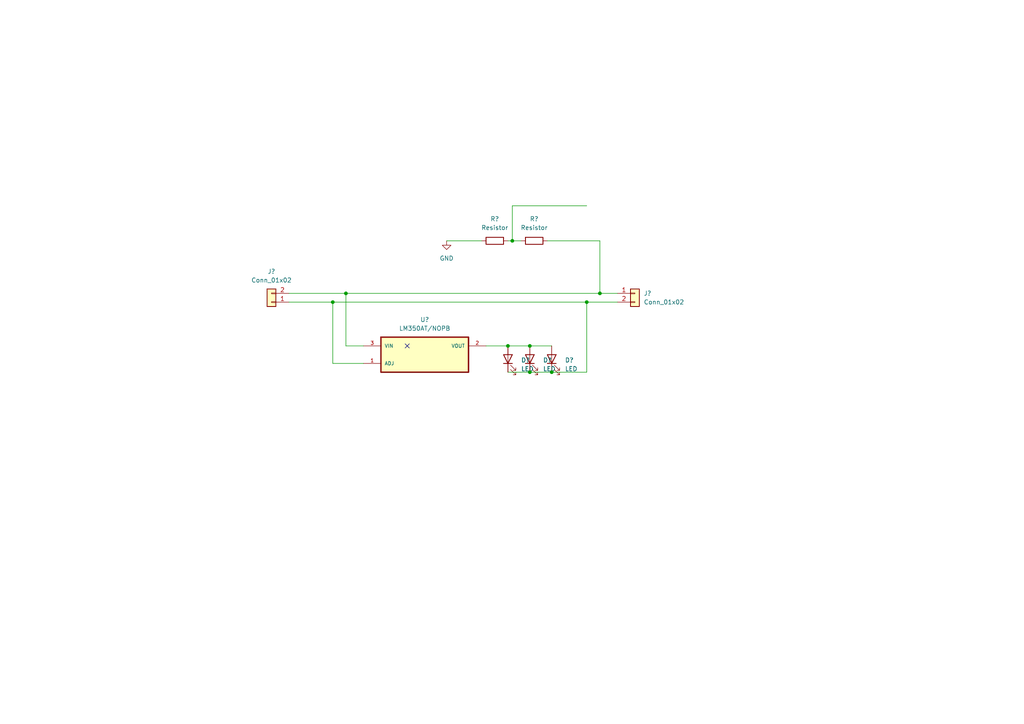
<source format=kicad_sch>
(kicad_sch (version 20211123) (generator eeschema)
  (paper "A4")
  (lib_symbols
    (symbol "RCAS_Connectors_Generic:Conn_01x02" (pin_names (offset 1.016) hide)
      (property "Reference" "J" (at 0 2.54 0))
      (property "Value" "Conn_01x02" (at 0 -5.08 0))
      (symbol "Conn_01x02_1_1"
        (rectangle (start -1.27 -2.413) (end 0 -2.667) (stroke (width 0.1524)))
        (rectangle (start -1.27 0.127) (end 0 -0.127) (stroke (width 0.1524)))
        (rectangle (start -1.27 1.27) (end 1.27 -3.81) (stroke (width 0.254)) (fill (type background)))
        (pin passive line (at -5.08 0 0) (length 3.81) (name "Pin_1") (number "1"))
        (pin passive line (at -5.08 -2.54 0) (length 3.81) (name "Pin_2") (number "2"))
      )
    )
    (symbol "RCAS_LEDs:LED" (pin_numbers hide) (pin_names (offset 1.016) hide)
      (property "Reference" "D" (at 0 2.54 0))
      (property "Value" "LED" (at 0 -2.54 0))
      (symbol "LED_0_1"
        (polyline (pts (xy -1.27 -1.27) (xy -1.27 1.27)) (stroke (width 0.254)))
        (polyline (pts (xy -1.27 0) (xy 1.27 0)))
        (polyline (pts (xy 1.27 -1.27) (xy 1.27 1.27) (xy -1.27 0) (xy 1.27 -1.27)) (stroke (width 0.254)))
        (polyline (pts (xy -3.048 -0.762) (xy -4.572 -2.286) (xy -3.81 -2.286) (xy -4.572 -2.286) (xy -4.572 -1.524)))
        (polyline (pts (xy -1.778 -0.762) (xy -3.302 -2.286) (xy -2.54 -2.286) (xy -3.302 -2.286) (xy -3.302 -1.524)))
      )
      (symbol "LED_1_1"
        (pin passive line (at -3.81 0 0) (length 2.54) (name "K") (number "1"))
        (pin passive line (at 3.81 0 180) (length 2.54) (name "A") (number "2"))
      )
    )
    (symbol "RCAS_LM350AT_NOPB:LM350AT{slash}NOPB" (pin_names (offset 1.016))
      (property "Reference" "U" (at -12.7 6.0706 0))
      (property "Value" "LM350AT{slash}NOPB" (at -12.7 -9.0678 0))
      (symbol "LM350AT{slash}NOPB_0_0"
        (rectangle (start -12.7 -5.08) (end 12.7 5.08) (stroke (width 0.4064)) (fill (type background)))
        (pin bidirectional line (at -17.78 -2.54 0) (length 5.08) (name "ADJ") (number "1"))
        (pin output line (at 17.78 2.54 180) (length 5.08) (name "VOUT") (number "2"))
        (pin input line (at -17.78 2.54 0) (length 5.08) (name "VIN") (number "3"))
      )
    )
    (symbol "RCAS_Passives:Resistor" (pin_numbers hide) (pin_names (offset 0))
      (property "Reference" "R" (at 2.032 0 90))
      (property "Value" "Resistor" (at 0 0 90))
      (symbol "Resistor_0_1"
        (rectangle (start -1.016 -2.54) (end 1.016 2.54) (stroke (width 0.254)))
      )
      (symbol "Resistor_1_1"
        (pin passive line (at 0 3.81 270) (length 1.27) (name "~") (number "1"))
        (pin passive line (at 0 -3.81 90) (length 1.27) (name "~") (number "2"))
      )
    )
    (symbol "RCAS_Power_Symbols:GND" (power) (pin_names (offset 0))
      (property "Value" "GND" (at 0 -3.81 0))
      (symbol "GND_0_1"
        (polyline (pts (xy 0 0) (xy 0 -1.27) (xy 1.27 -1.27) (xy 0 -2.54) (xy -1.27 -1.27) (xy 0 -1.27)))
      )
      (symbol "GND_1_1"
        (pin power_in line (at 0 0 270) (length 0) hide (name "GND") (number "1"))
      )
    )
  )
  (junction (at 96.52 87.63))
  (junction (at 153.67 107.95))
  (junction (at 153.67 100.33))
  (junction (at 173.99 85.09))
  (junction (at 170.18 87.63))
  (junction (at 147.32 100.33))
  (junction (at 160.02 107.95))
  (junction (at 100.33 85.09))
  (junction (at 148.59 69.85))
  (no_connect (at 118.11 100.33))
  (wire (pts (xy 147.32 69.85) (xy 148.59 69.85)))
  (wire (pts (xy 173.99 85.09) (xy 173.99 69.85)))
  (wire (pts (xy 129.54 69.85) (xy 139.7 69.85)))
  (wire (pts (xy 140.97 100.33) (xy 147.32 100.33)))
  (wire (pts (xy 100.33 85.09) (xy 173.99 85.09)))
  (wire (pts (xy 147.32 100.33) (xy 153.67 100.33)))
  (wire (pts (xy 83.82 87.63) (xy 96.52 87.63)))
  (wire (pts (xy 173.99 85.09) (xy 179.07 85.09)))
  (wire (pts (xy 96.52 87.63) (xy 170.18 87.63)))
  (wire (pts (xy 148.59 69.85) (xy 148.59 59.69)))
  (wire (pts (xy 158.75 69.85) (xy 173.99 69.85)))
  (wire (pts (xy 148.59 59.69) (xy 170.18 59.69)))
  (wire (pts (xy 83.82 85.09) (xy 100.33 85.09)))
  (wire (pts (xy 160.02 107.95) (xy 170.18 107.95)))
  (wire (pts (xy 170.18 87.63) (xy 170.18 107.95)))
  (wire (pts (xy 153.67 100.33) (xy 160.02 100.33)))
  (wire (pts (xy 153.67 107.95) (xy 160.02 107.95)))
  (wire (pts (xy 100.33 100.33) (xy 100.33 85.09)))
  (wire (pts (xy 96.52 105.41) (xy 96.52 87.63)))
  (wire (pts (xy 105.41 100.33) (xy 100.33 100.33)))
  (wire (pts (xy 105.41 105.41) (xy 96.52 105.41)))
  (wire (pts (xy 148.59 69.85) (xy 151.13 69.85)))
  (wire (pts (xy 147.32 107.95) (xy 153.67 107.95)))
  (wire (pts (xy 170.18 87.63) (xy 179.07 87.63)))
  (symbol (lib_id "RCAS_Passives:Resistor") (at 143.51 69.85 90) (unit 1)
    (property "Reference" "R?" (at 143.51 63.5 90))
    (property "Value" "Resistor" (at 143.51 66.04 90))
  )
  (symbol (lib_id "RCAS_Connectors_Generic:Conn_01x02") (at 78.74 87.63 180) (unit 1)
    (property "Reference" "J?" (at 78.74 78.74 0))
    (property "Value" "Conn_01x02" (at 78.74 81.28 0))
  )
  (symbol (lib_id "RCAS_Connectors_Generic:Conn_01x02") (at 184.15 85.09 0) (unit 1)
    (property "Reference" "J?" (at 186.69 85.0899 0) (effects (justify left)))
    (property "Value" "Conn_01x02" (at 186.69 87.6299 0) (effects (justify left)))
  )
  (symbol (lib_id "RCAS_LEDs:LED") (at 147.32 104.14 90) (unit 1)
    (property "Reference" "D?" (at 151.13 104.4574 90) (effects (justify right)))
    (property "Value" "LED" (at 151.13 106.9974 90) (effects (justify right)))
  )
  (symbol (lib_id "RCAS_Passives:Resistor") (at 154.94 69.85 90) (unit 1)
    (property "Reference" "R?" (at 154.94 63.5 90))
    (property "Value" "Resistor" (at 154.94 66.04 90))
  )
  (symbol (lib_id "RCAS_LM350AT_NOPB:LM350AT{slash}NOPB") (at 123.19 102.87 0) (unit 1)
    (property "Reference" "U?" (at 123.19 92.71 0))
    (property "Value" "LM350AT/NOPB" (at 123.19 95.25 0))
    (property "Footprint" "TO254P1054X470X1955-3" (effects hide))
  )
  (symbol (lib_id "RCAS_LEDs:LED") (at 160.02 104.14 90) (unit 1)
    (property "Reference" "D?" (at 163.83 104.4574 90) (effects (justify right)))
    (property "Value" "LED" (at 163.83 106.9974 90) (effects (justify right)))
  )
  (symbol (lib_id "RCAS_LEDs:LED") (at 153.67 104.14 90) (unit 1)
    (property "Reference" "D?" (at 157.48 104.4574 90) (effects (justify right)))
    (property "Value" "LED" (at 157.48 106.9974 90) (effects (justify right)))
  )
  (symbol (lib_id "RCAS_Power_Symbols:GND") (at 129.54 69.85 0) (unit 1)
    (property "Reference" "#PWR?" (effects hide))
    (property "Value" "GND" (at 129.54 74.93 0))
  )
)
</source>
